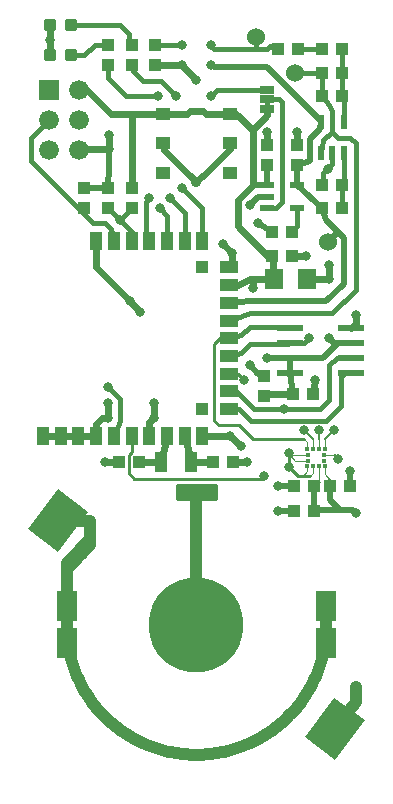
<source format=gbr>
G75*
%MOIN*%
%OFA0B0*%
%FSLAX25Y25*%
%IPPOS*%
%LPD*%
%AMOC8*
5,1,8,0,0,1.08239X$1,22.5*
%
%ADD10C,0.01181*%
%ADD11R,0.04331X0.03937*%
%ADD12R,0.07000X0.10000*%
%ADD13C,0.31496*%
%ADD14R,0.06299X0.07087*%
%ADD15R,0.03937X0.04331*%
%ADD16R,0.04724X0.02165*%
%ADD17R,0.04331X0.06693*%
%ADD18R,0.05000X0.02500*%
%ADD19C,0.01600*%
%ADD20R,0.03937X0.05906*%
%ADD21R,0.05906X0.03937*%
%ADD22R,0.03937X0.03937*%
%ADD23R,0.02165X0.04724*%
%ADD24C,0.03150*%
%ADD25R,0.06600X0.06600*%
%ADD26C,0.06600*%
%ADD27C,0.06000*%
%ADD28R,0.12598X0.16535*%
%ADD29R,0.08661X0.02362*%
%ADD30R,0.04528X0.03937*%
%ADD31R,0.01378X0.01476*%
%ADD32R,0.01476X0.01378*%
%ADD33C,0.04000*%
%ADD34C,0.03169*%
%ADD35C,0.02400*%
%ADD36C,0.02000*%
%ADD37C,0.00400*%
%ADD38C,0.01000*%
%ADD39C,0.00800*%
%ADD40C,0.03562*%
D10*
X0011705Y0239567D02*
X0011705Y0236811D01*
X0008949Y0236811D01*
X0008949Y0239567D01*
X0011705Y0239567D01*
X0011705Y0237991D02*
X0008949Y0237991D01*
X0008949Y0239171D02*
X0011705Y0239171D01*
X0018610Y0239567D02*
X0018610Y0236811D01*
X0015854Y0236811D01*
X0015854Y0239567D01*
X0018610Y0239567D01*
X0018610Y0237991D02*
X0015854Y0237991D01*
X0015854Y0239171D02*
X0018610Y0239171D01*
X0011705Y0249409D02*
X0011705Y0246653D01*
X0008949Y0246653D01*
X0008949Y0249409D01*
X0011705Y0249409D01*
X0011705Y0247833D02*
X0008949Y0247833D01*
X0008949Y0249013D02*
X0011705Y0249013D01*
X0018610Y0249409D02*
X0018610Y0246653D01*
X0015854Y0246653D01*
X0015854Y0249409D01*
X0018610Y0249409D01*
X0018610Y0247833D02*
X0015854Y0247833D01*
X0015854Y0249013D02*
X0018610Y0249013D01*
D11*
X0029528Y0241535D03*
X0029528Y0234843D03*
X0037402Y0241535D03*
X0037402Y0234843D03*
X0107677Y0232283D03*
X0100984Y0232283D03*
X0091142Y0125000D03*
X0097835Y0125000D03*
X0039764Y0102362D03*
X0033071Y0102362D03*
X0064567Y0102362D03*
X0071260Y0102362D03*
X0084252Y0179134D03*
X0090945Y0179134D03*
X0086220Y0240157D03*
X0092913Y0240157D03*
X0021654Y0187106D03*
X0021654Y0193799D03*
X0084252Y0171260D03*
X0090945Y0171260D03*
X0037402Y0187106D03*
X0037402Y0193799D03*
X0098327Y0094488D03*
X0091634Y0094488D03*
X0098327Y0086122D03*
X0091634Y0086122D03*
X0103445Y0094488D03*
X0110138Y0094488D03*
D12*
X0015748Y0054331D03*
X0102362Y0054331D03*
X0015748Y0042126D03*
X0102362Y0042126D03*
D13*
X0059055Y0048228D03*
D14*
X0085039Y0163386D03*
X0096063Y0163386D03*
D15*
X0082677Y0201378D03*
X0082677Y0208071D03*
X0092520Y0201378D03*
X0092520Y0208071D03*
X0100984Y0187008D03*
X0107677Y0187008D03*
X0045276Y0234843D03*
X0045276Y0241535D03*
X0100984Y0194882D03*
X0107677Y0194882D03*
X0107677Y0240157D03*
X0100984Y0240157D03*
X0107677Y0224409D03*
X0100984Y0224409D03*
X0029528Y0193799D03*
X0029528Y0187106D03*
X0081693Y0124606D03*
X0081693Y0131299D03*
D16*
X0082480Y0194685D03*
X0082480Y0190945D03*
X0082480Y0187205D03*
X0092717Y0187205D03*
X0092717Y0194685D03*
D17*
X0057087Y0102362D03*
X0047244Y0102362D03*
D18*
X0082677Y0226625D03*
X0082677Y0223425D03*
X0082677Y0220225D03*
D19*
X0082677Y0220425D02*
X0082677Y0223425D01*
X0052791Y0094608D02*
X0065319Y0094608D01*
X0065319Y0090432D01*
X0052791Y0090432D01*
X0052791Y0094608D01*
X0052791Y0091115D02*
X0065319Y0091115D01*
X0065319Y0092714D02*
X0052791Y0092714D01*
X0052791Y0094312D02*
X0065319Y0094312D01*
X0069882Y0167323D02*
X0070866Y0169291D01*
X0104331Y0205512D02*
X0104331Y0201772D01*
X0102854Y0200295D01*
X0101378Y0198819D01*
X0101378Y0196850D01*
X0100984Y0194882D01*
X0069882Y0137795D02*
X0073819Y0138780D01*
X0076772Y0141732D01*
X0090157Y0142264D02*
X0089626Y0141732D01*
X0076772Y0141732D01*
X0090157Y0142264D02*
X0095020Y0142264D01*
X0096457Y0143701D01*
X0100984Y0224409D02*
X0100984Y0232283D01*
X0069882Y0149606D02*
X0076772Y0152067D01*
X0104331Y0152067D01*
X0112205Y0159941D01*
X0112205Y0208661D01*
X0100984Y0224409D02*
X0103346Y0221457D01*
X0104331Y0219488D01*
X0104331Y0212598D01*
X0101378Y0209646D01*
X0100591Y0205512D01*
X0112205Y0208661D02*
X0110236Y0210630D01*
X0106299Y0210630D01*
X0104331Y0212598D01*
X0100984Y0232283D02*
X0092028Y0232283D01*
X0037402Y0241535D02*
X0036417Y0243602D01*
X0036417Y0245079D01*
X0033465Y0248031D01*
X0017232Y0248031D01*
X0017232Y0238189D02*
X0021654Y0238189D01*
X0025098Y0241634D01*
X0027067Y0241634D01*
X0029528Y0241535D01*
X0087598Y0222441D02*
X0087598Y0188976D01*
X0082480Y0187205D02*
X0085630Y0187008D01*
X0087598Y0188976D01*
X0087598Y0222441D02*
X0086614Y0223425D01*
X0082677Y0223425D01*
X0029528Y0127461D02*
X0033465Y0123524D01*
X0063976Y0224409D02*
X0065945Y0226378D01*
X0079724Y0226378D01*
X0082677Y0226625D01*
X0033465Y0123524D02*
X0033465Y0116142D01*
X0031496Y0111220D01*
X0069882Y0143701D02*
X0073819Y0144685D01*
X0076772Y0147638D01*
X0089783Y0147638D01*
X0090157Y0147264D01*
X0072343Y0125984D02*
X0078248Y0120079D01*
X0103346Y0123031D02*
X0103346Y0134843D01*
X0105768Y0137264D01*
X0103346Y0123031D02*
X0100394Y0120079D01*
X0078255Y0120079D02*
X0088091Y0120079D01*
X0100394Y0120079D01*
X0072343Y0125984D02*
X0069882Y0125984D01*
X0105768Y0137264D02*
X0110630Y0137264D01*
X0046752Y0187008D02*
X0049213Y0184547D01*
X0049213Y0176181D01*
X0009764Y0216535D02*
X0003937Y0210630D01*
X0003937Y0202756D01*
X0030512Y0180118D02*
X0031496Y0176181D01*
X0003937Y0202756D02*
X0019685Y0187008D01*
X0021654Y0187106D01*
X0024606Y0182087D02*
X0028543Y0182087D01*
X0030512Y0180118D01*
X0021654Y0187106D02*
X0021161Y0185531D01*
X0024606Y0182087D01*
X0043307Y0190453D02*
X0042323Y0188976D01*
X0042323Y0177657D01*
X0043307Y0176181D01*
X0033465Y0183071D02*
X0037402Y0179134D01*
X0037402Y0176181D01*
X0037402Y0187106D02*
X0033465Y0183071D01*
X0029528Y0187106D01*
X0092717Y0187205D02*
X0092520Y0186024D01*
X0092520Y0181102D01*
X0090945Y0179134D01*
X0054213Y0241535D02*
X0045276Y0241535D01*
X0108071Y0205512D02*
X0108268Y0202756D01*
X0108268Y0196850D01*
X0107677Y0194882D01*
X0107677Y0187008D01*
X0063898Y0241535D02*
X0064961Y0240157D01*
X0078740Y0240157D01*
X0082677Y0240157D01*
X0083661Y0241142D01*
X0086220Y0240157D01*
X0078740Y0240157D02*
X0078740Y0244094D01*
X0092913Y0240157D02*
X0100984Y0240157D01*
X0107677Y0240157D02*
X0107677Y0232283D01*
X0107677Y0224409D01*
X0108071Y0215748D02*
X0108268Y0216535D01*
X0108268Y0222441D01*
X0107677Y0224409D01*
X0055118Y0176181D02*
X0055118Y0185531D01*
X0050197Y0190453D01*
X0046260Y0224409D02*
X0035433Y0224409D01*
X0029528Y0230315D01*
X0029528Y0234843D01*
X0041339Y0229331D02*
X0047244Y0229331D01*
X0052165Y0224409D01*
X0061024Y0176181D02*
X0061024Y0187008D01*
X0054134Y0193898D01*
X0041339Y0229331D02*
X0037894Y0232776D01*
X0037402Y0234843D01*
X0073327Y0120079D02*
X0077264Y0116142D01*
X0107283Y0130906D02*
X0107283Y0121063D01*
X0102362Y0116142D01*
X0077264Y0116142D01*
X0073327Y0120079D02*
X0069882Y0120079D01*
X0110630Y0132264D02*
X0108642Y0132264D01*
X0107283Y0130906D01*
D20*
X0007874Y0111220D03*
X0013780Y0111220D03*
X0019685Y0111220D03*
X0025591Y0111220D03*
X0031496Y0111220D03*
X0037402Y0111220D03*
X0043307Y0111220D03*
X0049213Y0111220D03*
X0055118Y0111220D03*
X0061024Y0111220D03*
X0061024Y0176181D03*
X0055118Y0176181D03*
X0049213Y0176181D03*
X0043307Y0176181D03*
X0037402Y0176181D03*
X0031496Y0176181D03*
X0025591Y0176181D03*
D21*
X0069882Y0120079D03*
X0069882Y0125984D03*
X0069882Y0131890D03*
X0069882Y0137795D03*
X0069882Y0143701D03*
X0069882Y0149606D03*
X0069882Y0155512D03*
X0069882Y0161417D03*
X0069882Y0167323D03*
D22*
X0061024Y0120079D03*
X0061024Y0167323D03*
D23*
X0100591Y0205512D03*
X0104331Y0205512D03*
X0108071Y0205512D03*
X0108071Y0215748D03*
X0100591Y0215748D03*
D24*
X0063898Y0241535D03*
X0063898Y0234843D03*
X0054213Y0241535D03*
X0054213Y0234843D03*
D25*
X0009764Y0226535D03*
D26*
X0019764Y0226535D03*
X0009764Y0216535D03*
X0019764Y0216535D03*
X0009764Y0206535D03*
X0019764Y0206535D03*
D27*
X0078740Y0244094D03*
X0092028Y0232283D03*
X0102854Y0175689D03*
D28*
G36*
X0013047Y0072546D02*
X0002987Y0080128D01*
X0012937Y0093332D01*
X0022997Y0085750D01*
X0013047Y0072546D01*
G37*
G36*
X0105173Y0003124D02*
X0095113Y0010706D01*
X0105063Y0023910D01*
X0115123Y0016328D01*
X0105173Y0003124D01*
G37*
D29*
X0110630Y0137264D03*
X0090157Y0137264D03*
X0110630Y0132264D03*
X0110630Y0142264D03*
X0110630Y0147264D03*
X0090157Y0132264D03*
X0090157Y0142264D03*
X0090157Y0147264D03*
D30*
X0070177Y0198819D03*
X0070177Y0208661D03*
X0070177Y0218504D03*
X0047933Y0198819D03*
X0047933Y0208661D03*
X0047933Y0218504D03*
D31*
X0101870Y0106644D03*
X0099902Y0106644D03*
X0097933Y0106644D03*
X0095965Y0106644D03*
X0095965Y0101033D03*
X0097933Y0101033D03*
X0099902Y0101033D03*
X0101870Y0101033D03*
D32*
X0096112Y0104823D03*
X0101722Y0102854D03*
X0101722Y0104823D03*
X0096112Y0102854D03*
D33*
X0059055Y0092520D02*
X0059055Y0048228D01*
X0105118Y0013517D02*
X0112205Y0022638D01*
X0112205Y0027559D01*
X0015748Y0068898D02*
X0023622Y0076772D01*
X0023622Y0074803D01*
X0015748Y0066929D01*
X0015748Y0068898D01*
X0015748Y0067975D02*
X0016794Y0067975D01*
X0018824Y0071973D02*
X0020792Y0071973D01*
X0022822Y0075972D02*
X0023622Y0075972D01*
X0015748Y0054331D02*
X0015748Y0048228D01*
X0015761Y0047182D01*
X0015799Y0046136D01*
X0015862Y0045091D01*
X0015950Y0044048D01*
X0016064Y0043008D01*
X0016202Y0041971D01*
X0016366Y0040937D01*
X0016555Y0039908D01*
X0016768Y0038883D01*
X0017006Y0037864D01*
X0017269Y0036851D01*
X0017556Y0035845D01*
X0017868Y0034845D01*
X0018203Y0033854D01*
X0018562Y0032871D01*
X0018945Y0031897D01*
X0019351Y0030933D01*
X0019781Y0029978D01*
X0020233Y0029035D01*
X0020709Y0028102D01*
X0021206Y0027182D01*
X0021726Y0026273D01*
X0022267Y0025377D01*
X0022830Y0024495D01*
X0023414Y0023627D01*
X0024019Y0022773D01*
X0024644Y0021934D01*
X0025290Y0021110D01*
X0025955Y0020302D01*
X0026639Y0019510D01*
X0027343Y0018735D01*
X0028065Y0017978D01*
X0028805Y0017238D01*
X0029562Y0016516D01*
X0030337Y0015812D01*
X0031129Y0015128D01*
X0031937Y0014463D01*
X0032761Y0013817D01*
X0033600Y0013192D01*
X0034454Y0012587D01*
X0035322Y0012003D01*
X0036204Y0011440D01*
X0037100Y0010899D01*
X0038009Y0010379D01*
X0038929Y0009882D01*
X0039862Y0009406D01*
X0040805Y0008954D01*
X0041760Y0008524D01*
X0042724Y0008118D01*
X0043698Y0007735D01*
X0044681Y0007376D01*
X0045672Y0007041D01*
X0046672Y0006729D01*
X0047678Y0006442D01*
X0048691Y0006179D01*
X0049710Y0005941D01*
X0050735Y0005728D01*
X0051764Y0005539D01*
X0052798Y0005375D01*
X0053835Y0005237D01*
X0054875Y0005123D01*
X0055918Y0005035D01*
X0056963Y0004972D01*
X0058009Y0004934D01*
X0059055Y0004921D01*
X0060101Y0004934D01*
X0061147Y0004972D01*
X0062192Y0005035D01*
X0063235Y0005123D01*
X0064275Y0005237D01*
X0065312Y0005375D01*
X0066346Y0005539D01*
X0067375Y0005728D01*
X0068400Y0005941D01*
X0069419Y0006179D01*
X0070432Y0006442D01*
X0071438Y0006729D01*
X0072438Y0007041D01*
X0073429Y0007376D01*
X0074412Y0007735D01*
X0075386Y0008118D01*
X0076350Y0008524D01*
X0077305Y0008954D01*
X0078248Y0009406D01*
X0079181Y0009882D01*
X0080101Y0010379D01*
X0081010Y0010899D01*
X0081906Y0011440D01*
X0082788Y0012003D01*
X0083656Y0012587D01*
X0084510Y0013192D01*
X0085349Y0013817D01*
X0086173Y0014463D01*
X0086981Y0015128D01*
X0087773Y0015812D01*
X0088548Y0016516D01*
X0089305Y0017238D01*
X0090045Y0017978D01*
X0090767Y0018735D01*
X0091471Y0019510D01*
X0092155Y0020302D01*
X0092820Y0021110D01*
X0093466Y0021934D01*
X0094091Y0022773D01*
X0094696Y0023627D01*
X0095280Y0024495D01*
X0095843Y0025377D01*
X0096384Y0026273D01*
X0096904Y0027182D01*
X0097401Y0028102D01*
X0097877Y0029035D01*
X0098329Y0029978D01*
X0098759Y0030933D01*
X0099165Y0031897D01*
X0099548Y0032871D01*
X0099907Y0033854D01*
X0100242Y0034845D01*
X0100554Y0035845D01*
X0100841Y0036851D01*
X0101104Y0037864D01*
X0101342Y0038883D01*
X0101555Y0039908D01*
X0101744Y0040937D01*
X0101908Y0041971D01*
X0102046Y0043008D01*
X0102160Y0044048D01*
X0102248Y0045091D01*
X0102311Y0046136D01*
X0102349Y0047182D01*
X0102362Y0048228D01*
X0102362Y0054331D01*
X0102362Y0048228D02*
X0102362Y0042126D01*
X0015748Y0054331D02*
X0015748Y0067913D01*
X0015748Y0067914D02*
X0015810Y0067916D01*
X0015871Y0067922D01*
X0015932Y0067931D01*
X0015993Y0067945D01*
X0016052Y0067962D01*
X0016110Y0067983D01*
X0016167Y0068008D01*
X0016222Y0068036D01*
X0016275Y0068067D01*
X0016326Y0068102D01*
X0016375Y0068140D01*
X0016422Y0068181D01*
X0016465Y0068224D01*
X0016506Y0068271D01*
X0016544Y0068320D01*
X0016579Y0068371D01*
X0016610Y0068424D01*
X0016638Y0068479D01*
X0016663Y0068536D01*
X0016684Y0068594D01*
X0016701Y0068653D01*
X0016715Y0068714D01*
X0016724Y0068775D01*
X0016730Y0068836D01*
X0016732Y0068898D01*
X0015748Y0054331D02*
X0015748Y0042126D01*
X0015748Y0067913D02*
X0016732Y0068898D01*
X0012992Y0082939D02*
X0023622Y0082677D01*
X0023622Y0076772D01*
D34*
X0059055Y0092520D03*
X0063231Y0092520D03*
X0054879Y0092520D03*
X0028543Y0102362D03*
X0075787Y0102362D03*
X0067913Y0175197D03*
X0070866Y0172244D03*
X0029528Y0122047D03*
X0029528Y0117126D03*
X0040354Y0152559D03*
X0059055Y0229823D03*
X0036909Y0156004D03*
X0010335Y0243110D03*
X0044783Y0122047D03*
X0044783Y0117126D03*
X0073819Y0107776D03*
X0070374Y0111220D03*
X0102854Y0200295D03*
X0082677Y0212598D03*
X0092520Y0212598D03*
X0112205Y0027559D03*
X0112205Y0022638D03*
X0076772Y0187992D03*
X0079724Y0182087D03*
X0095472Y0171260D03*
X0103346Y0163386D03*
X0103346Y0168307D03*
X0098425Y0129921D03*
X0076772Y0134843D03*
X0030020Y0206693D03*
X0030020Y0211614D03*
X0112205Y0151575D03*
X0110236Y0099409D03*
X0086122Y0086122D03*
X0086122Y0094488D03*
X0090059Y0105315D03*
X0090059Y0100886D03*
X0082677Y0137303D03*
X0077756Y0160433D03*
X0112205Y0085630D03*
X0103346Y0143701D03*
X0096457Y0143701D03*
X0104823Y0113189D03*
X0063976Y0224409D03*
X0029528Y0127461D03*
X0016732Y0068898D03*
X0019685Y0071850D03*
X0022638Y0074803D03*
X0094980Y0113157D03*
X0088091Y0120079D03*
X0046752Y0187008D03*
X0043307Y0190453D03*
X0033465Y0183071D03*
X0046260Y0224409D03*
X0050197Y0190453D03*
X0052165Y0224409D03*
X0054134Y0193898D03*
X0106299Y0103346D03*
X0081693Y0097933D03*
X0074803Y0129921D03*
X0099902Y0113157D03*
D35*
X0033071Y0102362D02*
X0028543Y0102362D01*
X0043307Y0111220D02*
X0043307Y0115650D01*
X0044783Y0117126D01*
X0044783Y0122047D01*
X0071260Y0102362D02*
X0075787Y0102362D01*
X0025591Y0111220D02*
X0019685Y0111220D01*
X0007874Y0111220D02*
X0013780Y0111220D01*
X0019685Y0111220D01*
X0070866Y0169291D02*
X0070866Y0172244D01*
X0067913Y0175197D01*
X0025591Y0111220D02*
X0025591Y0115157D01*
X0027559Y0117126D01*
X0029528Y0117126D01*
X0029528Y0122047D01*
X0025591Y0176181D02*
X0025591Y0167323D01*
X0036909Y0156004D01*
X0040354Y0152559D01*
X0059055Y0229823D02*
X0054213Y0234843D01*
X0045276Y0234843D01*
X0010327Y0248031D02*
X0010327Y0243110D01*
X0010327Y0238189D01*
X0010335Y0243110D02*
X0010327Y0243110D01*
X0061024Y0111220D02*
X0070374Y0111220D01*
X0073819Y0107776D01*
X0082677Y0208071D02*
X0082677Y0212598D01*
X0092520Y0212598D02*
X0092520Y0208071D01*
X0096063Y0163386D02*
X0103346Y0163386D01*
X0103346Y0168307D01*
X0095472Y0171260D02*
X0090945Y0171260D01*
X0098425Y0129921D02*
X0097835Y0125000D01*
X0030020Y0206693D02*
X0030020Y0211614D01*
X0019764Y0206535D02*
X0021654Y0206693D01*
X0030020Y0206693D01*
X0110630Y0147146D02*
X0110630Y0147264D01*
X0112205Y0148839D01*
X0112205Y0151575D01*
X0072835Y0181102D02*
X0072835Y0189961D01*
X0077756Y0194882D02*
X0077756Y0213091D01*
X0022638Y0226378D02*
X0019764Y0226535D01*
X0037402Y0218504D02*
X0030512Y0218504D01*
X0022638Y0226378D01*
X0072835Y0189961D02*
X0077756Y0194882D01*
X0072835Y0181102D02*
X0082677Y0171260D01*
X0084252Y0171260D01*
X0084646Y0168307D01*
X0084646Y0163386D01*
X0085039Y0163386D01*
X0069882Y0161417D02*
X0072835Y0161417D01*
X0076772Y0163386D01*
X0077756Y0163386D01*
X0085039Y0163386D01*
X0077756Y0163386D02*
X0077756Y0160433D01*
X0091142Y0125000D02*
X0083169Y0125000D01*
X0081693Y0124606D01*
X0037402Y0193799D02*
X0037402Y0218504D01*
X0047933Y0218504D01*
X0070177Y0218504D02*
X0072343Y0218504D01*
X0077756Y0213091D01*
X0047933Y0218504D02*
X0055921Y0218504D01*
X0056984Y0219567D01*
X0061126Y0219567D01*
X0062189Y0218504D01*
X0070177Y0218504D01*
X0082677Y0220225D02*
X0082677Y0218012D01*
X0077756Y0213091D01*
X0048228Y0208661D02*
X0047933Y0208661D01*
X0059055Y0195866D02*
X0060945Y0197756D01*
X0061126Y0197756D01*
X0070177Y0206807D01*
X0070177Y0208661D01*
X0059055Y0195866D02*
X0057165Y0197756D01*
X0056984Y0197756D01*
X0048228Y0206512D01*
X0048228Y0208661D01*
X0049213Y0111220D02*
X0047244Y0102362D01*
X0039764Y0102362D01*
X0055118Y0111220D02*
X0057087Y0102362D01*
X0064567Y0102362D01*
D36*
X0082480Y0190945D02*
X0079724Y0190945D01*
X0076772Y0187992D01*
X0079724Y0182087D02*
X0084252Y0179134D01*
X0081693Y0131299D02*
X0079724Y0131890D01*
X0076772Y0134843D01*
X0030020Y0206693D02*
X0030020Y0200787D01*
X0029528Y0193799D01*
X0021654Y0193799D01*
X0086122Y0086122D02*
X0091634Y0086122D01*
X0091634Y0094488D02*
X0086122Y0094488D01*
X0110236Y0099409D02*
X0110138Y0099311D01*
X0110138Y0094488D01*
X0082677Y0201378D02*
X0082480Y0194685D01*
X0077756Y0194882D01*
X0091142Y0125000D02*
X0090157Y0132264D01*
X0090157Y0137264D01*
X0082677Y0137303D01*
X0090157Y0137264D02*
X0097894Y0137264D01*
X0110630Y0142264D02*
X0110591Y0142224D01*
X0106299Y0142224D01*
X0101378Y0137303D01*
X0097933Y0137303D01*
X0097894Y0137264D01*
X0110630Y0142264D02*
X0104783Y0142264D01*
X0103346Y0143701D01*
X0111220Y0086614D02*
X0112205Y0085630D01*
X0098819Y0086614D02*
X0098327Y0086122D01*
X0111220Y0086614D02*
X0106791Y0086614D01*
X0098819Y0086614D01*
X0103445Y0094488D02*
X0103445Y0089961D01*
X0106791Y0086614D01*
X0098327Y0094488D02*
X0098327Y0087106D01*
X0098819Y0086614D01*
X0100394Y0216535D02*
X0082677Y0234252D01*
X0064961Y0234252D01*
X0063898Y0234843D01*
X0108268Y0177165D02*
X0108268Y0161909D01*
X0102362Y0156004D01*
X0076772Y0156004D01*
X0069882Y0155512D01*
X0096949Y0202756D02*
X0096949Y0210138D01*
X0092717Y0194685D02*
X0100984Y0187008D01*
X0102362Y0183071D01*
X0106299Y0179134D01*
X0108268Y0177165D01*
X0092717Y0194685D02*
X0092520Y0201378D01*
X0096949Y0202756D01*
X0096949Y0210138D02*
X0100394Y0213583D01*
X0100394Y0216535D02*
X0100591Y0215748D01*
X0100394Y0213583D01*
X0106299Y0179134D02*
X0102854Y0175689D01*
D37*
X0097933Y0101033D02*
X0097933Y0098917D01*
X0096949Y0097933D01*
X0095965Y0101033D02*
X0095965Y0099409D01*
X0094488Y0097933D01*
X0092028Y0102854D02*
X0090551Y0104331D01*
X0090551Y0104823D02*
X0093504Y0104823D01*
X0092028Y0102854D02*
X0096112Y0102854D01*
X0096112Y0104823D02*
X0093504Y0104823D01*
X0101870Y0101033D02*
X0101870Y0098425D01*
X0103346Y0096949D01*
X0099902Y0095965D02*
X0099902Y0101033D01*
X0101870Y0106644D02*
X0101870Y0110236D01*
X0094980Y0110236D02*
X0095965Y0109252D01*
X0095965Y0106644D01*
X0097933Y0106644D02*
X0097933Y0110205D01*
X0101722Y0104823D02*
X0104823Y0104823D01*
X0099902Y0110236D02*
X0099902Y0107776D01*
X0099902Y0106644D01*
D38*
X0096949Y0097933D02*
X0094488Y0097933D01*
X0093012Y0097933D01*
X0090059Y0100886D01*
X0090059Y0105315D02*
X0090551Y0104823D01*
X0090551Y0104331D01*
X0090059Y0105315D02*
X0090059Y0100886D01*
X0103346Y0096949D02*
X0103346Y0094587D01*
X0103445Y0094488D01*
X0099902Y0095965D02*
X0098327Y0094488D01*
X0069882Y0143701D02*
X0066929Y0143701D01*
X0064961Y0141732D01*
X0064961Y0116142D02*
X0066437Y0114665D01*
X0068406Y0114665D01*
X0068898Y0114665D01*
X0064961Y0116142D02*
X0064961Y0141732D01*
X0068898Y0114665D02*
X0073327Y0114665D01*
X0077756Y0110236D01*
X0094980Y0110236D01*
X0104823Y0104823D02*
X0106299Y0103346D01*
X0037402Y0111220D02*
X0037402Y0105689D01*
X0036498Y0104786D01*
X0036498Y0098836D01*
X0038386Y0096949D01*
X0080709Y0096949D01*
X0081693Y0097933D01*
X0069882Y0131890D02*
X0072835Y0131890D01*
X0074803Y0129921D01*
D39*
X0101870Y0110236D02*
X0104823Y0113189D01*
X0078255Y0120079D02*
X0078248Y0120079D01*
X0094980Y0113157D02*
X0097933Y0110205D01*
X0099902Y0110236D02*
X0099902Y0113157D01*
D40*
X0059055Y0195866D03*
M02*

</source>
